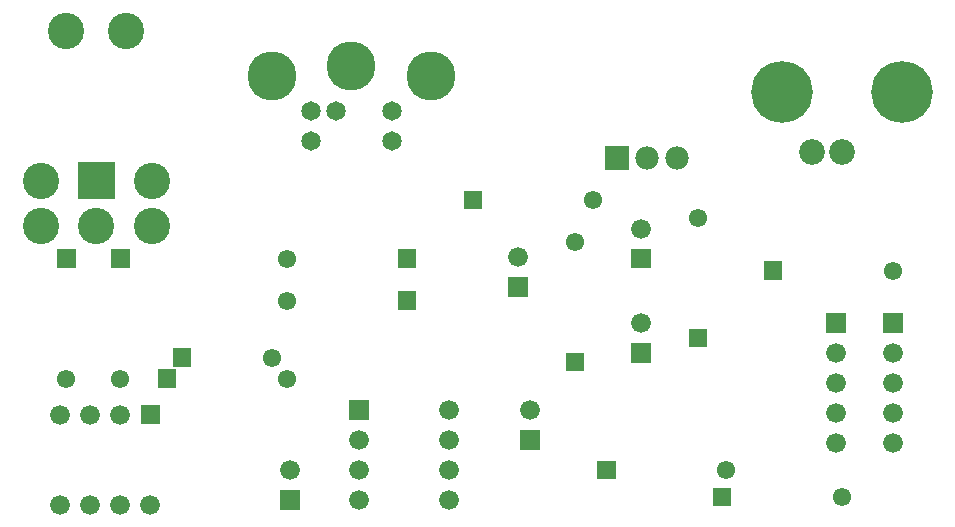
<source format=gbr>
G04 start of page 7 for group -4062 idx -4062 *
G04 Title: (unknown), soldermask *
G04 Creator: pcb 20110918 *
G04 CreationDate: Fri Dec 20 22:34:44 2013 UTC *
G04 For: fosse *
G04 Format: Gerber/RS-274X *
G04 PCB-Dimensions: 316500 193500 *
G04 PCB-Coordinate-Origin: lower left *
%MOIN*%
%FSLAX25Y25*%
%LNBOTTOMMASK*%
%ADD77C,0.0651*%
%ADD76C,0.1635*%
%ADD75C,0.1210*%
%ADD74C,0.0610*%
%ADD73C,0.0660*%
%ADD72C,0.0780*%
%ADD71C,0.0001*%
%ADD70C,0.0860*%
%ADD69C,0.2060*%
G54D69*X260500Y160500D03*
X300500D03*
G54D70*X270500Y140500D03*
X280500D03*
G54D71*G36*
X201600Y142400D02*Y134600D01*
X209400D01*
Y142400D01*
X201600D01*
G37*
G54D72*X215500Y138500D03*
X225500D03*
G54D71*G36*
X188450Y73550D02*Y67450D01*
X194550D01*
Y73550D01*
X188450D01*
G37*
G54D73*X176500Y54500D03*
G54D71*G36*
X198950Y37550D02*Y31450D01*
X205050D01*
Y37550D01*
X198950D01*
G37*
G54D74*X242000Y34500D03*
G54D71*G36*
X237450Y28550D02*Y22450D01*
X243550D01*
Y28550D01*
X237450D01*
G37*
G54D74*X197500Y124500D03*
G54D71*G36*
X210200Y108300D02*Y101700D01*
X216800D01*
Y108300D01*
X210200D01*
G37*
G54D73*X213500Y115000D03*
G54D74*X232500Y118500D03*
G54D71*G36*
X254450Y104050D02*Y97950D01*
X260550D01*
Y104050D01*
X254450D01*
G37*
G36*
X294200Y86800D02*Y80200D01*
X300800D01*
Y86800D01*
X294200D01*
G37*
G36*
X229450Y81550D02*Y75450D01*
X235550D01*
Y81550D01*
X229450D01*
G37*
G36*
X210200Y76800D02*Y70200D01*
X216800D01*
Y76800D01*
X210200D01*
G37*
G54D73*X213500Y83500D03*
G54D71*G36*
X275200Y86800D02*Y80200D01*
X281800D01*
Y86800D01*
X275200D01*
G37*
G54D73*X278500Y73500D03*
X297500D03*
G54D74*Y101000D03*
G54D73*Y63500D03*
Y53500D03*
Y43500D03*
X278500Y63500D03*
Y53500D03*
Y43500D03*
G54D74*X280500Y25500D03*
G54D71*G36*
X93200Y27800D02*Y21200D01*
X99800D01*
Y27800D01*
X93200D01*
G37*
G54D73*X20000Y23000D03*
X30000D03*
X40000D03*
X50000D03*
X119500Y24500D03*
X96500Y34500D03*
X119500Y44500D03*
Y34500D03*
G54D71*G36*
X36950Y108050D02*Y101950D01*
X43050D01*
Y108050D01*
X36950D01*
G37*
G36*
X18950D02*Y101950D01*
X25050D01*
Y108050D01*
X18950D01*
G37*
G54D74*X95500Y105000D03*
Y91000D03*
X40000Y65000D03*
G54D71*G36*
X57450Y75050D02*Y68950D01*
X63550D01*
Y75050D01*
X57450D01*
G37*
G54D74*X90500Y72000D03*
X22000Y65000D03*
G54D71*G36*
X52450Y68050D02*Y61950D01*
X58550D01*
Y68050D01*
X52450D01*
G37*
G54D74*X95500Y65000D03*
G54D75*X13500Y116000D03*
X32000D03*
X50500D03*
G54D71*G36*
X46700Y56300D02*Y49700D01*
X53300D01*
Y56300D01*
X46700D01*
G37*
G54D73*X40000Y53000D03*
X30000D03*
X20000D03*
G54D71*G36*
X116200Y57800D02*Y51200D01*
X122800D01*
Y57800D01*
X116200D01*
G37*
G54D75*X22000Y181000D03*
X42000D03*
G54D71*G36*
X25950Y137050D02*Y124950D01*
X38050D01*
Y137050D01*
X25950D01*
G37*
G54D75*X50500Y131000D03*
X13500D03*
G54D76*X117000Y169083D03*
X90425Y165933D03*
G54D77*X103614Y144280D03*
X111882Y154122D03*
X103614D03*
G54D76*X143575Y165933D03*
G54D77*X130386Y154122D03*
Y144280D03*
G54D74*X191500Y110500D03*
G54D71*G36*
X169200Y98800D02*Y92200D01*
X175800D01*
Y98800D01*
X169200D01*
G37*
G54D73*X172500Y105500D03*
G54D71*G36*
X154450Y127550D02*Y121450D01*
X160550D01*
Y127550D01*
X154450D01*
G37*
G36*
X173200Y47800D02*Y41200D01*
X179800D01*
Y47800D01*
X173200D01*
G37*
G54D73*X149500Y24500D03*
Y34500D03*
Y44500D03*
Y54500D03*
G54D71*G36*
X132450Y108050D02*Y101950D01*
X138550D01*
Y108050D01*
X132450D01*
G37*
G36*
Y94050D02*Y87950D01*
X138550D01*
Y94050D01*
X132450D01*
G37*
M02*

</source>
